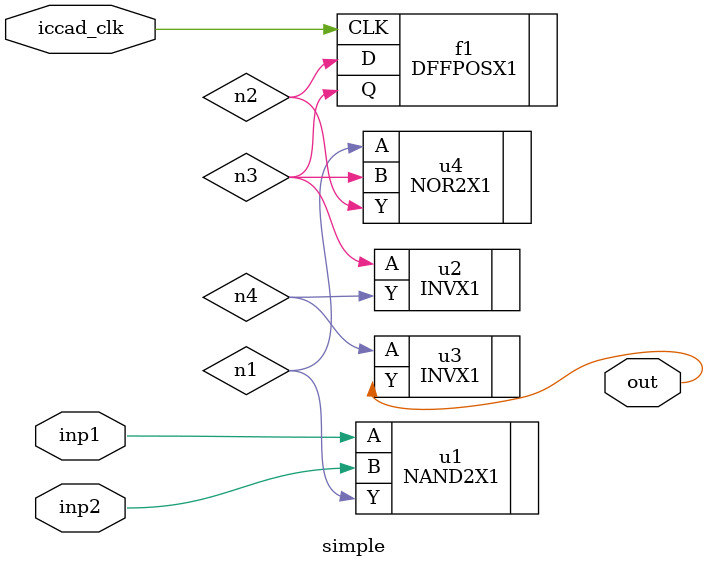
<source format=v>
module simple (
inp1,
inp2,
iccad_clk,
out
);

// Start PIs
input inp1;
input inp2;
input iccad_clk;

// Start POs
output out;

// Start wires
wire n1;
wire n2;
wire n3;
wire n4;
wire inp1;
wire inp2;
wire iccad_clk;
wire out;

// Start cells
NAND2X1 u1 ( .A(inp1), .B(inp2), .Y(n1) );
DFFPOSX1 f1 ( .D(n2), .CLK(iccad_clk), .Q(n3) );
INVX1 u2 ( .A(n3), .Y(n4) );
INVX1 u3 ( .A(n4), .Y(out) );
NOR2X1 u4 ( .A(n1), .B(n3), .Y(n2) );

endmodule

</source>
